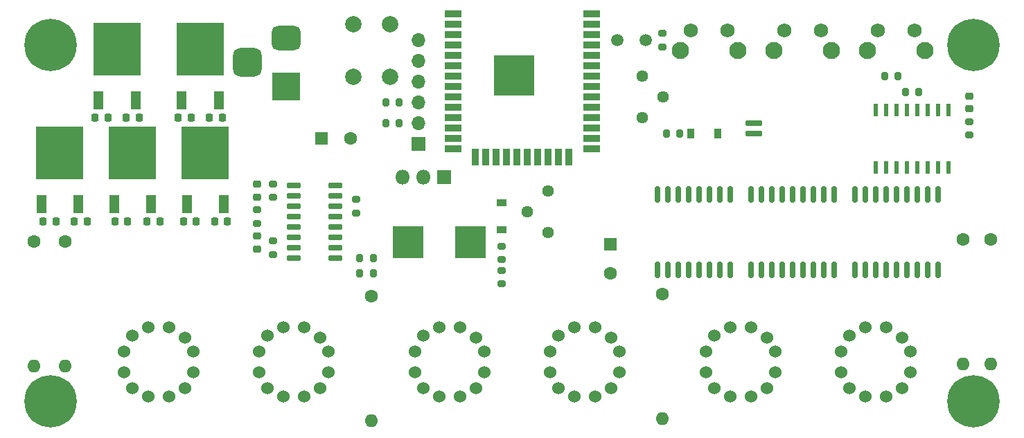
<source format=gts>
%TF.GenerationSoftware,KiCad,Pcbnew,(6.0.4)*%
%TF.CreationDate,2023-03-05T21:30:01+09:00*%
%TF.ProjectId,VFD__esp32,56464442-0865-4737-9033-322e6b696361,rev?*%
%TF.SameCoordinates,Original*%
%TF.FileFunction,Soldermask,Top*%
%TF.FilePolarity,Negative*%
%FSLAX46Y46*%
G04 Gerber Fmt 4.6, Leading zero omitted, Abs format (unit mm)*
G04 Created by KiCad (PCBNEW (6.0.4)) date 2023-03-05 21:30:01*
%MOMM*%
%LPD*%
G01*
G04 APERTURE LIST*
G04 Aperture macros list*
%AMRoundRect*
0 Rectangle with rounded corners*
0 $1 Rounding radius*
0 $2 $3 $4 $5 $6 $7 $8 $9 X,Y pos of 4 corners*
0 Add a 4 corners polygon primitive as box body*
4,1,4,$2,$3,$4,$5,$6,$7,$8,$9,$2,$3,0*
0 Add four circle primitives for the rounded corners*
1,1,$1+$1,$2,$3*
1,1,$1+$1,$4,$5*
1,1,$1+$1,$6,$7*
1,1,$1+$1,$8,$9*
0 Add four rect primitives between the rounded corners*
20,1,$1+$1,$2,$3,$4,$5,0*
20,1,$1+$1,$4,$5,$6,$7,0*
20,1,$1+$1,$6,$7,$8,$9,0*
20,1,$1+$1,$8,$9,$2,$3,0*%
G04 Aperture macros list end*
%ADD10C,1.500000*%
%ADD11RoundRect,0.200000X-0.275000X0.200000X-0.275000X-0.200000X0.275000X-0.200000X0.275000X0.200000X0*%
%ADD12C,0.800000*%
%ADD13C,6.400000*%
%ADD14C,1.600000*%
%ADD15O,1.600000X1.600000*%
%ADD16C,1.440000*%
%ADD17RoundRect,0.200000X-0.200000X-0.275000X0.200000X-0.275000X0.200000X0.275000X-0.200000X0.275000X0*%
%ADD18C,2.100000*%
%ADD19C,1.750000*%
%ADD20R,1.200000X0.900000*%
%ADD21R,3.850000X4.000000*%
%ADD22RoundRect,0.225000X-0.225000X-0.250000X0.225000X-0.250000X0.225000X0.250000X-0.225000X0.250000X0*%
%ADD23C,1.524000*%
%ADD24RoundRect,0.225000X0.225000X0.250000X-0.225000X0.250000X-0.225000X-0.250000X0.225000X-0.250000X0*%
%ADD25RoundRect,0.225000X-0.250000X0.225000X-0.250000X-0.225000X0.250000X-0.225000X0.250000X0.225000X0*%
%ADD26R,0.900000X1.200000*%
%ADD27R,1.600000X1.600000*%
%ADD28R,3.500000X3.500000*%
%ADD29RoundRect,0.750000X-1.000000X0.750000X-1.000000X-0.750000X1.000000X-0.750000X1.000000X0.750000X0*%
%ADD30RoundRect,0.875000X-0.875000X0.875000X-0.875000X-0.875000X0.875000X-0.875000X0.875000X0.875000X0*%
%ADD31R,1.200000X2.200000*%
%ADD32R,5.800000X6.400000*%
%ADD33RoundRect,0.150000X0.150000X-0.875000X0.150000X0.875000X-0.150000X0.875000X-0.150000X-0.875000X0*%
%ADD34RoundRect,0.200000X0.275000X-0.200000X0.275000X0.200000X-0.275000X0.200000X-0.275000X-0.200000X0*%
%ADD35R,2.000000X0.900000*%
%ADD36R,0.900000X2.000000*%
%ADD37R,5.000000X5.000000*%
%ADD38RoundRect,0.150000X-0.725000X-0.150000X0.725000X-0.150000X0.725000X0.150000X-0.725000X0.150000X0*%
%ADD39RoundRect,0.187500X0.812500X0.187500X-0.812500X0.187500X-0.812500X-0.187500X0.812500X-0.187500X0*%
%ADD40R,1.800000X1.800000*%
%ADD41O,1.800000X1.800000*%
%ADD42RoundRect,0.150000X-0.150000X0.875000X-0.150000X-0.875000X0.150000X-0.875000X0.150000X0.875000X0*%
%ADD43RoundRect,0.218750X-0.256250X0.218750X-0.256250X-0.218750X0.256250X-0.218750X0.256250X0.218750X0*%
%ADD44RoundRect,0.200000X0.200000X0.275000X-0.200000X0.275000X-0.200000X-0.275000X0.200000X-0.275000X0*%
%ADD45R,1.700000X1.700000*%
%ADD46O,1.700000X1.700000*%
%ADD47C,2.000000*%
%ADD48R,0.600000X1.500000*%
G04 APERTURE END LIST*
D10*
%TO.C,R15*%
X162765000Y-109855000D03*
X166165000Y-109855000D03*
%TD*%
D11*
%TO.C,R11*%
X120650000Y-134430000D03*
X120650000Y-136080000D03*
%TD*%
D12*
%TO.C,H2*%
X207945056Y-112187056D03*
X203848000Y-110490000D03*
X208648000Y-110490000D03*
X204550944Y-108792944D03*
X207945056Y-108792944D03*
X206248000Y-108090000D03*
X204550944Y-112187056D03*
X206248000Y-112890000D03*
D13*
X206248000Y-110490000D03*
%TD*%
D14*
%TO.C,R21*%
X91440000Y-134493000D03*
D15*
X91440000Y-149733000D03*
%TD*%
D14*
%TO.C,R22*%
X95250000Y-134493000D03*
D15*
X95250000Y-149733000D03*
%TD*%
D12*
%TO.C,H1*%
X203848000Y-154051000D03*
X204550944Y-152353944D03*
X208648000Y-154051000D03*
X204550944Y-155748056D03*
X206248000Y-156451000D03*
X207945056Y-155748056D03*
X206248000Y-151651000D03*
D13*
X206248000Y-154051000D03*
D12*
X207945056Y-152353944D03*
%TD*%
D11*
%TO.C,R16*%
X168275000Y-109030000D03*
X168275000Y-110680000D03*
%TD*%
%TO.C,R9*%
X118745000Y-130620000D03*
X118745000Y-132270000D03*
%TD*%
D16*
%TO.C,RV2*%
X154230000Y-128285000D03*
X151690000Y-130825000D03*
X154230000Y-133365000D03*
%TD*%
D17*
%TO.C,R4*%
X134430000Y-120015000D03*
X136080000Y-120015000D03*
%TD*%
D18*
%TO.C,SW5*%
X200335000Y-111152500D03*
X193325000Y-111152500D03*
D19*
X194575000Y-108662500D03*
X199075000Y-108662500D03*
%TD*%
D20*
%TO.C,D2*%
X148590000Y-129795000D03*
X148590000Y-133095000D03*
%TD*%
D21*
%TO.C,L1*%
X137145000Y-134620000D03*
X144795000Y-134620000D03*
%TD*%
D17*
%TO.C,R5*%
X168720000Y-121285000D03*
X170370000Y-121285000D03*
%TD*%
D12*
%TO.C,H3*%
X95872000Y-110490000D03*
X95169056Y-108792944D03*
X93472000Y-112890000D03*
D13*
X93472000Y-110490000D03*
D12*
X93472000Y-108090000D03*
X91774944Y-108792944D03*
X91774944Y-112187056D03*
X95169056Y-112187056D03*
X91072000Y-110490000D03*
%TD*%
D11*
%TO.C,R13*%
X148590000Y-135065000D03*
X148590000Y-136715000D03*
%TD*%
D22*
%TO.C,C4*%
X109715000Y-132080000D03*
X111265000Y-132080000D03*
%TD*%
D14*
%TO.C,R19*%
X168275000Y-140970000D03*
D15*
X168275000Y-156210000D03*
%TD*%
D23*
%TO.C,U12*%
X126440000Y-146225000D03*
X124440000Y-144975000D03*
X121940000Y-144975000D03*
X119940000Y-145975000D03*
X118940000Y-147975000D03*
X118940000Y-150475000D03*
X119940000Y-152475000D03*
X121940000Y-153475000D03*
X124440000Y-153475000D03*
X126440000Y-152475000D03*
X127440000Y-150475000D03*
X127440000Y-147975000D03*
%TD*%
D24*
%TO.C,C11*%
X114440000Y-119380000D03*
X112890000Y-119380000D03*
%TD*%
D25*
%TO.C,C5*%
X118745000Y-127495000D03*
X118745000Y-129045000D03*
%TD*%
D14*
%TO.C,R18*%
X208407000Y-134239000D03*
D15*
X208407000Y-149479000D03*
%TD*%
D26*
%TO.C,D1*%
X175005000Y-121285000D03*
X171705000Y-121285000D03*
%TD*%
D22*
%TO.C,C8*%
X101320000Y-132080000D03*
X102870000Y-132080000D03*
%TD*%
D27*
%TO.C,C1*%
X126617349Y-121920000D03*
D14*
X130117349Y-121920000D03*
%TD*%
D16*
%TO.C,RV1*%
X165810000Y-119365000D03*
X168350000Y-116825000D03*
X165810000Y-114285000D03*
%TD*%
D11*
%TO.C,R14*%
X148590000Y-138050000D03*
X148590000Y-139700000D03*
%TD*%
D22*
%TO.C,C3*%
X98920000Y-119380000D03*
X100470000Y-119380000D03*
%TD*%
%TO.C,C10*%
X109080000Y-119380000D03*
X110630000Y-119380000D03*
%TD*%
D14*
%TO.C,R8*%
X204978000Y-134239000D03*
D15*
X204978000Y-149479000D03*
%TD*%
D28*
%TO.C,J3*%
X122242500Y-115570000D03*
D29*
X122242500Y-109570000D03*
D30*
X117542500Y-112570000D03*
%TD*%
D23*
%TO.C,U14*%
X109930000Y-146225000D03*
X107930000Y-144975000D03*
X105430000Y-144975000D03*
X103430000Y-145975000D03*
X102430000Y-147975000D03*
X102430000Y-150475000D03*
X103430000Y-152475000D03*
X105430000Y-153475000D03*
X107930000Y-153475000D03*
X109930000Y-152475000D03*
X110930000Y-150475000D03*
X110930000Y-147975000D03*
%TD*%
D24*
%TO.C,C6*%
X104280000Y-119380000D03*
X102730000Y-119380000D03*
%TD*%
D31*
%TO.C,U15*%
X109480000Y-117230000D03*
D32*
X111760000Y-110930000D03*
D31*
X114040000Y-117230000D03*
%TD*%
D14*
%TO.C,R20*%
X132715000Y-141224000D03*
D15*
X132715000Y-156464000D03*
%TD*%
D17*
%TO.C,R12*%
X131255000Y-136525000D03*
X132905000Y-136525000D03*
%TD*%
D23*
%TO.C,U9*%
X145490000Y-146225000D03*
X143490000Y-144975000D03*
X140990000Y-144975000D03*
X138990000Y-145975000D03*
X137990000Y-147975000D03*
X137990000Y-150475000D03*
X138990000Y-152475000D03*
X140990000Y-153475000D03*
X143490000Y-153475000D03*
X145490000Y-152475000D03*
X146490000Y-150475000D03*
X146490000Y-147975000D03*
%TD*%
D33*
%TO.C,U6*%
X167640000Y-138000000D03*
X168910000Y-138000000D03*
X170180000Y-138000000D03*
X171450000Y-138000000D03*
X172720000Y-138000000D03*
X173990000Y-138000000D03*
X175260000Y-138000000D03*
X176530000Y-138000000D03*
X176530000Y-128700000D03*
X175260000Y-128700000D03*
X173990000Y-128700000D03*
X172720000Y-128700000D03*
X171450000Y-128700000D03*
X170180000Y-128700000D03*
X168910000Y-128700000D03*
X167640000Y-128700000D03*
%TD*%
D34*
%TO.C,R7*%
X205740000Y-121475000D03*
X205740000Y-119825000D03*
%TD*%
D17*
%TO.C,R1*%
X195390000Y-114300000D03*
X197040000Y-114300000D03*
%TD*%
D31*
%TO.C,U16*%
X110115000Y-129930000D03*
D32*
X112395000Y-123630000D03*
D31*
X114675000Y-129930000D03*
%TD*%
%TO.C,U10*%
X101225000Y-129930000D03*
D32*
X103505000Y-123630000D03*
D31*
X105785000Y-129930000D03*
%TD*%
D24*
%TO.C,C13*%
X115075000Y-132080000D03*
X113525000Y-132080000D03*
%TD*%
D23*
%TO.C,U7*%
X181050000Y-146225000D03*
X179050000Y-144975000D03*
X176550000Y-144975000D03*
X174550000Y-145975000D03*
X173550000Y-147975000D03*
X173550000Y-150475000D03*
X174550000Y-152475000D03*
X176550000Y-153475000D03*
X179050000Y-153475000D03*
X181050000Y-152475000D03*
X182050000Y-150475000D03*
X182050000Y-147975000D03*
%TD*%
D22*
%TO.C,C2*%
X92570000Y-132080000D03*
X94120000Y-132080000D03*
%TD*%
D35*
%TO.C,U2*%
X142630000Y-106680000D03*
X142630000Y-107950000D03*
X142630000Y-109220000D03*
X142630000Y-110490000D03*
X142630000Y-111760000D03*
X142630000Y-113030000D03*
X142630000Y-114300000D03*
X142630000Y-115570000D03*
X142630000Y-116840000D03*
X142630000Y-118110000D03*
X142630000Y-119380000D03*
X142630000Y-120650000D03*
X142630000Y-121920000D03*
X142630000Y-123190000D03*
D36*
X145415000Y-124190000D03*
X146685000Y-124190000D03*
X147955000Y-124190000D03*
X149225000Y-124190000D03*
X150495000Y-124190000D03*
X151765000Y-124190000D03*
X153035000Y-124190000D03*
X154305000Y-124190000D03*
X155575000Y-124190000D03*
X156845000Y-124190000D03*
D35*
X159630000Y-123190000D03*
X159630000Y-121920000D03*
X159630000Y-120650000D03*
X159630000Y-119380000D03*
X159630000Y-118110000D03*
X159630000Y-116840000D03*
X159630000Y-115570000D03*
X159630000Y-114300000D03*
X159630000Y-113030000D03*
X159630000Y-111760000D03*
X159630000Y-110490000D03*
X159630000Y-109220000D03*
X159630000Y-107950000D03*
X159630000Y-106680000D03*
D37*
X150130000Y-114180000D03*
%TD*%
D38*
%TO.C,U13*%
X123155000Y-127635000D03*
X123155000Y-128905000D03*
X123155000Y-130175000D03*
X123155000Y-131445000D03*
X123155000Y-132715000D03*
X123155000Y-133985000D03*
X123155000Y-135255000D03*
X123155000Y-136525000D03*
X128305000Y-136525000D03*
X128305000Y-135255000D03*
X128305000Y-133985000D03*
X128305000Y-132715000D03*
X128305000Y-131445000D03*
X128305000Y-130175000D03*
X128305000Y-128905000D03*
X128305000Y-127635000D03*
%TD*%
D39*
%TO.C,BT1*%
X179450000Y-121250000D03*
X179450000Y-120050000D03*
%TD*%
D40*
%TO.C,Q1*%
X141605000Y-126625000D03*
D41*
X139065000Y-126625000D03*
X136525000Y-126625000D03*
%TD*%
D18*
%TO.C,SW4*%
X181895000Y-111152500D03*
X188905000Y-111152500D03*
D19*
X183145000Y-108662500D03*
X187645000Y-108662500D03*
%TD*%
D42*
%TO.C,U3*%
X201930000Y-128700000D03*
X200660000Y-128700000D03*
X199390000Y-128700000D03*
X198120000Y-128700000D03*
X196850000Y-128700000D03*
X195580000Y-128700000D03*
X194310000Y-128700000D03*
X193040000Y-128700000D03*
X191770000Y-128700000D03*
X191770000Y-138000000D03*
X193040000Y-138000000D03*
X194310000Y-138000000D03*
X195580000Y-138000000D03*
X196850000Y-138000000D03*
X198120000Y-138000000D03*
X199390000Y-138000000D03*
X200660000Y-138000000D03*
X201930000Y-138000000D03*
%TD*%
D27*
%TO.C,C9*%
X161925000Y-134872349D03*
D14*
X161925000Y-138372349D03*
%TD*%
D31*
%TO.C,U11*%
X99320000Y-117230000D03*
D32*
X101600000Y-110930000D03*
D31*
X103880000Y-117230000D03*
%TD*%
D24*
%TO.C,C14*%
X97930000Y-132080000D03*
X96380000Y-132080000D03*
%TD*%
D23*
%TO.C,U8*%
X162000000Y-146225000D03*
X160000000Y-144975000D03*
X157500000Y-144975000D03*
X155500000Y-145975000D03*
X154500000Y-147975000D03*
X154500000Y-150475000D03*
X155500000Y-152475000D03*
X157500000Y-153475000D03*
X160000000Y-153475000D03*
X162000000Y-152475000D03*
X163000000Y-150475000D03*
X163000000Y-147975000D03*
%TD*%
D43*
%TO.C,D3*%
X205740000Y-116687500D03*
X205740000Y-118262500D03*
%TD*%
D34*
%TO.C,R10*%
X130810000Y-131000000D03*
X130810000Y-129350000D03*
%TD*%
D42*
%TO.C,U4*%
X189230000Y-128700000D03*
X187960000Y-128700000D03*
X186690000Y-128700000D03*
X185420000Y-128700000D03*
X184150000Y-128700000D03*
X182880000Y-128700000D03*
X181610000Y-128700000D03*
X180340000Y-128700000D03*
X179070000Y-128700000D03*
X179070000Y-138000000D03*
X180340000Y-138000000D03*
X181610000Y-138000000D03*
X182880000Y-138000000D03*
X184150000Y-138000000D03*
X185420000Y-138000000D03*
X186690000Y-138000000D03*
X187960000Y-138000000D03*
X189230000Y-138000000D03*
%TD*%
D44*
%TO.C,R17*%
X132905000Y-138430000D03*
X131255000Y-138430000D03*
%TD*%
D17*
%TO.C,R3*%
X134430000Y-117475000D03*
X136080000Y-117475000D03*
%TD*%
D34*
%TO.C,R6*%
X120650000Y-129095000D03*
X120650000Y-127445000D03*
%TD*%
D17*
%TO.C,R2*%
X197930000Y-116205000D03*
X199580000Y-116205000D03*
%TD*%
D45*
%TO.C,J1*%
X138455000Y-122555000D03*
D46*
X138455000Y-120015000D03*
X138455000Y-117475000D03*
X138455000Y-114935000D03*
X138455000Y-112395000D03*
X138455000Y-109855000D03*
%TD*%
D47*
%TO.C,SW1*%
X130465000Y-114375000D03*
X130465000Y-107875000D03*
X134965000Y-107875000D03*
X134965000Y-114375000D03*
%TD*%
D25*
%TO.C,C7*%
X118745000Y-133845000D03*
X118745000Y-135395000D03*
%TD*%
D12*
%TO.C,H4*%
X91072000Y-154051000D03*
X93472000Y-151651000D03*
X95169056Y-152353944D03*
X91774944Y-155748056D03*
X91774944Y-152353944D03*
X95169056Y-155748056D03*
X93472000Y-156451000D03*
D13*
X93472000Y-154051000D03*
D12*
X95872000Y-154051000D03*
%TD*%
D48*
%TO.C,U1*%
X194310000Y-125470000D03*
X195580000Y-125470000D03*
X196850000Y-125470000D03*
X198120000Y-125470000D03*
X199390000Y-125470000D03*
X200660000Y-125470000D03*
X201930000Y-125470000D03*
X203200000Y-125470000D03*
X203200000Y-118370000D03*
X201930000Y-118370000D03*
X200660000Y-118370000D03*
X199390000Y-118370000D03*
X198120000Y-118370000D03*
X196850000Y-118370000D03*
X195580000Y-118370000D03*
X194310000Y-118370000D03*
%TD*%
D31*
%TO.C,U17*%
X92335000Y-129930000D03*
D32*
X94615000Y-123630000D03*
D31*
X96895000Y-129930000D03*
%TD*%
D18*
%TO.C,SW3*%
X170465000Y-111152500D03*
X177475000Y-111152500D03*
D19*
X171715000Y-108662500D03*
X176215000Y-108662500D03*
%TD*%
D24*
%TO.C,C12*%
X106820000Y-132080000D03*
X105270000Y-132080000D03*
%TD*%
D23*
%TO.C,U5*%
X197560000Y-146225000D03*
X195560000Y-144975000D03*
X193060000Y-144975000D03*
X191060000Y-145975000D03*
X190060000Y-147975000D03*
X190060000Y-150475000D03*
X191060000Y-152475000D03*
X193060000Y-153475000D03*
X195560000Y-153475000D03*
X197560000Y-152475000D03*
X198560000Y-150475000D03*
X198560000Y-147975000D03*
%TD*%
M02*

</source>
